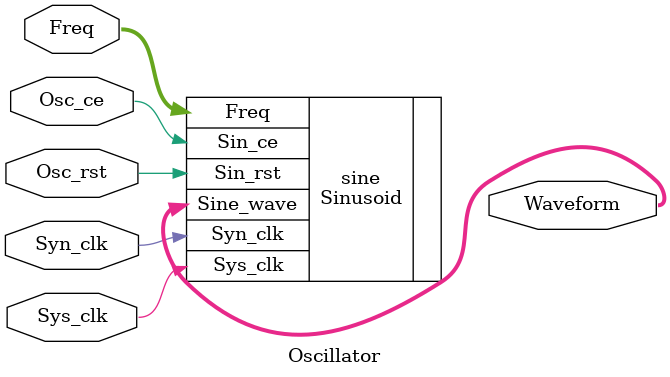
<source format=v>
`timescale 1ns / 1ps
`default_nettype wire 

module Oscillator(
	 // CONTROL PARAMETERS
    input 	Sys_clk,					// input sys clk
	 input 	Syn_clk,					// output oscillator update clk @ 1Mhz
	 input 	Osc_rst,					// input active high reset signal 
	 input 	Osc_ce,					// input active high osc_enable
	
	 // INPUT PARAMETER
    input 	[31:0] Freq,			// input frequency
		
	 // OUTPUT PARAMETERS 
    output 	[31:0] Waveform		// output waveform
    );
	
	//reg [31:0] waveform_i = 0;
    
	 // SINE WAVE GENERATION MODULE
	 Sinusoid sine (	
    .Sys_clk(Sys_clk),					// input sys clk
	 .Syn_clk(Syn_clk),					// input osc clk
	 .Sin_rst(Osc_rst),					// input enable
    .Sin_ce(Osc_ce), 					// input active low reset
    .Freq(Freq), 							// input [31:0] frequency
    .Sine_wave(Waveform)				// output [31:0] sinusoid waveform 
    );
	 	 
	// always @(posedge Syn_clk)	waveform_i <= Waveform;
	 
endmodule
</source>
